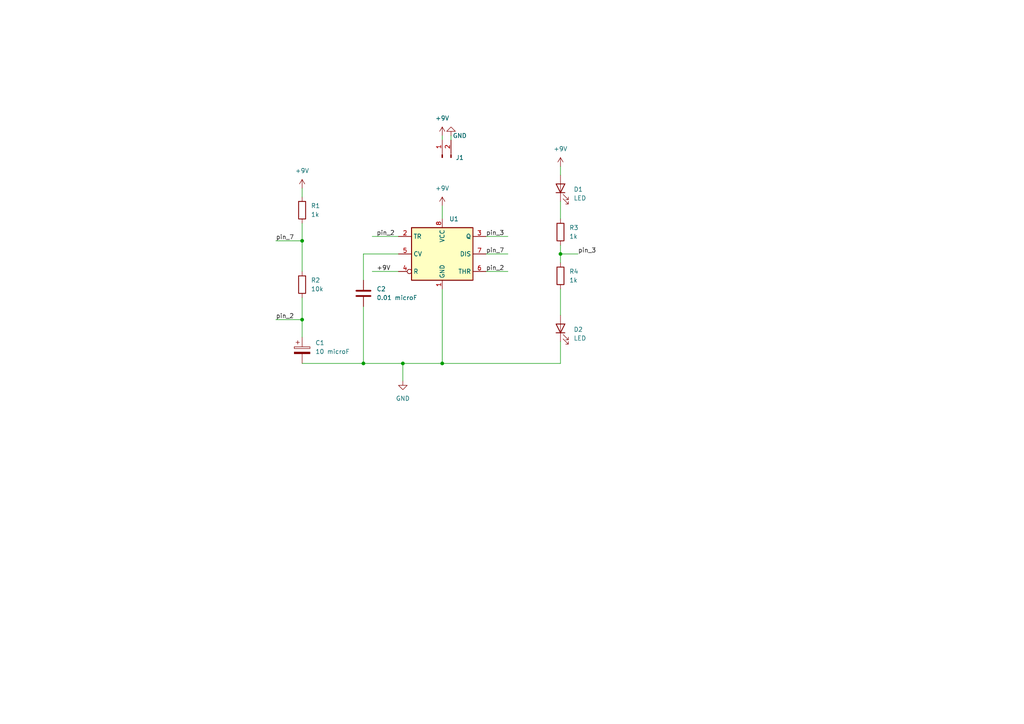
<source format=kicad_sch>
(kicad_sch (version 20211123) (generator eeschema)
  (paper "A4")
  (lib_symbols
    (symbol "Connector:Conn_01x02_Male" (pin_names (offset 1.016) hide)
      (property "Reference" "J" (at 0 2.54 0))
      (property "Value" "Conn_01x02_Male" (at 0 -5.08 0))
      (symbol "Conn_01x02_Male_1_1"
        (polyline (pts (xy 1.27 -2.54) (xy 0.8636 -2.54)) (stroke (width 0.1524)))
        (polyline (pts (xy 1.27 0) (xy 0.8636 0)) (stroke (width 0.1524)))
        (rectangle (start 0.8636 -2.413) (end 0 -2.667) (stroke (width 0.1524)) (fill (type outline)))
        (rectangle (start 0.8636 0.127) (end 0 -0.127) (stroke (width 0.1524)) (fill (type outline)))
        (pin passive line (at 5.08 0 180) (length 3.81) (name "Pin_1") (number "1"))
        (pin passive line (at 5.08 -2.54 180) (length 3.81) (name "Pin_2") (number "2"))
      )
    )
    (symbol "Device:C" (pin_numbers hide) (pin_names (offset 0.254))
      (property "Reference" "C" (at 0.635 2.54 0))
      (property "Value" "C" (at 0.635 -2.54 0))
      (symbol "C_0_1"
        (polyline (pts (xy -2.032 -0.762) (xy 2.032 -0.762)) (stroke (width 0.508)))
        (polyline (pts (xy -2.032 0.762) (xy 2.032 0.762)) (stroke (width 0.508)))
      )
      (symbol "C_1_1"
        (pin passive line (at 0 3.81 270) (length 2.794) (name "~") (number "1"))
        (pin passive line (at 0 -3.81 90) (length 2.794) (name "~") (number "2"))
      )
    )
    (symbol "Device:C_Polarized" (pin_numbers hide) (pin_names (offset 0.254))
      (property "Reference" "C" (at 0.635 2.54 0))
      (property "Value" "C_Polarized" (at 0.635 -2.54 0))
      (symbol "C_Polarized_0_1"
        (rectangle (start -2.286 0.508) (end 2.286 1.016))
        (polyline (pts (xy -1.778 2.286) (xy -0.762 2.286)))
        (polyline (pts (xy -1.27 2.794) (xy -1.27 1.778)))
        (rectangle (start 2.286 -0.508) (end -2.286 -1.016) (fill (type outline)))
      )
      (symbol "C_Polarized_1_1"
        (pin passive line (at 0 3.81 270) (length 2.794) (name "~") (number "1"))
        (pin passive line (at 0 -3.81 90) (length 2.794) (name "~") (number "2"))
      )
    )
    (symbol "Device:LED" (pin_numbers hide) (pin_names (offset 1.016) hide)
      (property "Reference" "D" (at 0 2.54 0))
      (property "Value" "LED" (at 0 -2.54 0))
      (symbol "LED_0_1"
        (polyline (pts (xy -1.27 -1.27) (xy -1.27 1.27)) (stroke (width 0.254)))
        (polyline (pts (xy -1.27 0) (xy 1.27 0)))
        (polyline (pts (xy 1.27 -1.27) (xy 1.27 1.27) (xy -1.27 0) (xy 1.27 -1.27)) (stroke (width 0.254)))
        (polyline (pts (xy -3.048 -0.762) (xy -4.572 -2.286) (xy -3.81 -2.286) (xy -4.572 -2.286) (xy -4.572 -1.524)))
        (polyline (pts (xy -1.778 -0.762) (xy -3.302 -2.286) (xy -2.54 -2.286) (xy -3.302 -2.286) (xy -3.302 -1.524)))
      )
      (symbol "LED_1_1"
        (pin passive line (at -3.81 0 0) (length 2.54) (name "K") (number "1"))
        (pin passive line (at 3.81 0 180) (length 2.54) (name "A") (number "2"))
      )
    )
    (symbol "Device:R" (pin_numbers hide) (pin_names (offset 0))
      (property "Reference" "R" (at 2.032 0 90))
      (property "Value" "R" (at 0 0 90))
      (symbol "R_0_1"
        (rectangle (start -1.016 -2.54) (end 1.016 2.54) (stroke (width 0.254)))
      )
      (symbol "R_1_1"
        (pin passive line (at 0 3.81 270) (length 1.27) (name "~") (number "1"))
        (pin passive line (at 0 -3.81 90) (length 1.27) (name "~") (number "2"))
      )
    )
    (symbol "Timer:NE555D"
      (property "Reference" "U" (at -10.16 8.89 0))
      (property "Value" "NE555D" (at 2.54 8.89 0))
      (symbol "NE555D_0_0"
        (pin power_in line (at 0 -10.16 90) (length 2.54) (name "GND") (number "1"))
        (pin power_in line (at 0 10.16 270) (length 2.54) (name "VCC") (number "8"))
      )
      (symbol "NE555D_0_1"
        (rectangle (start -8.89 -7.62) (end 8.89 7.62) (stroke (width 0.254)) (fill (type background)))
        (rectangle (start -8.89 -7.62) (end 8.89 7.62) (stroke (width 0.254)) (fill (type background)))
      )
      (symbol "NE555D_1_1"
        (pin input line (at -12.7 5.08 0) (length 3.81) (name "TR") (number "2"))
        (pin output line (at 12.7 5.08 180) (length 3.81) (name "Q") (number "3"))
        (pin input inverted (at -12.7 -5.08 0) (length 3.81) (name "R") (number "4"))
        (pin input line (at -12.7 0 0) (length 3.81) (name "CV") (number "5"))
        (pin input line (at 12.7 -5.08 180) (length 3.81) (name "THR") (number "6"))
        (pin input line (at 12.7 0 180) (length 3.81) (name "DIS") (number "7"))
      )
    )
    (symbol "power:+9V" (power) (pin_names (offset 0))
      (property "Value" "+9V" (at 0 3.556 0))
      (symbol "+9V_0_1"
        (polyline (pts (xy -0.762 1.27) (xy 0 2.54)))
        (polyline (pts (xy 0 0) (xy 0 2.54)))
        (polyline (pts (xy 0 2.54) (xy 0.762 1.27)))
      )
      (symbol "+9V_1_1"
        (pin power_in line (at 0 0 90) (length 0) hide (name "+9V") (number "1"))
      )
    )
    (symbol "power:GND" (power) (pin_names (offset 0))
      (property "Value" "GND" (at 0 -3.81 0))
      (symbol "GND_0_1"
        (polyline (pts (xy 0 0) (xy 0 -1.27) (xy 1.27 -1.27) (xy 0 -2.54) (xy -1.27 -1.27) (xy 0 -1.27)))
      )
      (symbol "GND_1_1"
        (pin power_in line (at 0 0 270) (length 0) hide (name "GND") (number "1"))
      )
    )
  )
  (junction (at 105.41 105.41))
  (junction (at 116.84 105.41))
  (junction (at 162.56 73.66))
  (junction (at 128.27 105.41))
  (junction (at 87.63 69.85))
  (junction (at 87.63 92.71))
  (wire (pts (xy 116.84 105.41) (xy 116.84 110.49)))
  (wire (pts (xy 128.27 105.41) (xy 116.84 105.41)))
  (wire (pts (xy 115.57 73.66) (xy 105.41 73.66)))
  (wire (pts (xy 162.56 58.42) (xy 162.56 63.5)))
  (wire (pts (xy 130.81 39.37) (xy 130.81 40.64)))
  (wire (pts (xy 162.56 73.66) (xy 162.56 76.2)))
  (wire (pts (xy 87.63 64.77) (xy 87.63 69.85)))
  (wire (pts (xy 105.41 88.9) (xy 105.41 105.41)))
  (wire (pts (xy 105.41 73.66) (xy 105.41 81.28)))
  (wire (pts (xy 162.56 71.12) (xy 162.56 73.66)))
  (wire (pts (xy 128.27 59.69) (xy 128.27 63.5)))
  (wire (pts (xy 107.95 68.58) (xy 115.57 68.58)))
  (wire (pts (xy 128.27 39.37) (xy 128.27 40.64)))
  (wire (pts (xy 162.56 99.06) (xy 162.56 105.41)))
  (wire (pts (xy 162.56 73.66) (xy 167.64 73.66)))
  (wire (pts (xy 87.63 69.85) (xy 87.63 78.74)))
  (wire (pts (xy 87.63 92.71) (xy 87.63 97.79)))
  (wire (pts (xy 162.56 83.82) (xy 162.56 91.44)))
  (wire (pts (xy 105.41 105.41) (xy 116.84 105.41)))
  (wire (pts (xy 80.01 92.71) (xy 87.63 92.71)))
  (wire (pts (xy 140.97 68.58) (xy 147.32 68.58)))
  (wire (pts (xy 128.27 83.82) (xy 128.27 105.41)))
  (wire (pts (xy 87.63 86.36) (xy 87.63 92.71)))
  (wire (pts (xy 87.63 105.41) (xy 105.41 105.41)))
  (wire (pts (xy 140.97 73.66) (xy 147.32 73.66)))
  (wire (pts (xy 162.56 48.26) (xy 162.56 50.8)))
  (wire (pts (xy 80.01 69.85) (xy 87.63 69.85)))
  (wire (pts (xy 87.63 54.61) (xy 87.63 57.15)))
  (wire (pts (xy 107.95 78.74) (xy 115.57 78.74)))
  (wire (pts (xy 140.97 78.74) (xy 147.32 78.74)))
  (wire (pts (xy 162.56 105.41) (xy 128.27 105.41)))
  (label "pin_2" (at 109.22 68.58 0))
  (label "pin_7" (at 80.01 69.85 0))
  (label "pin_3" (at 167.64 73.66 0))
  (label "pin_2" (at 80.01 92.71 0))
  (label "pin_7" (at 140.97 73.66 0))
  (label "pin_2" (at 140.97 78.74 0))
  (label "+9V" (at 109.22 78.74 0))
  (label "pin_3" (at 140.97 68.58 0))
  (symbol (lib_id "Timer:NE555D") (at 128.27 73.66 0) (unit 1)
    (property "Reference" "U1" (at 130.2894 63.5 0) (effects (justify left)))
    (property "Value" "NE555D" (effects hide))
    (property "Footprint" "Package_SO:SOIC-8_3.9x4.9mm_P1.27mm" (effects hide))
    (property "Datasheet" "http://www.ti.com/lit/ds/symlink/ne555.pdf" (effects hide))
  )
  (symbol (lib_id "Connector:Conn_01x02_Male") (at 128.27 45.72 90) (unit 1)
    (property "Reference" "J1" (at 133.35 45.72 90))
    (property "Value" "+9V" (at 128.27 34.29 90))
  )
  (symbol (lib_id "Device:LED") (at 162.56 54.61 90) (unit 1)
    (property "Reference" "D1" (at 166.37 54.9274 90) (effects (justify right)))
    (property "Value" "LED" (at 166.37 57.4674 90) (effects (justify right)))
  )
  (symbol (lib_id "Device:C") (at 105.41 85.09 0) (unit 1)
    (property "Reference" "C2" (at 109.22 83.8199 0) (effects (justify left)))
    (property "Value" "0.01 microF" (at 109.22 86.3599 0) (effects (justify left)))
  )
  (symbol (lib_id "power:+9V") (at 162.56 48.26 0) (unit 1)
    (property "Reference" "#PWR04" (effects hide))
    (property "Value" "+9V" (at 162.56 43.18 0))
  )
  (symbol (lib_id "power:GND") (at 116.84 110.49 0) (unit 1)
    (property "Reference" "#PWR07" (effects hide))
    (property "Value" "GND" (at 116.84 115.57 0))
  )
  (symbol (lib_id "power:+9V") (at 87.63 54.61 0) (unit 1)
    (property "Reference" "#PWR05" (effects hide))
    (property "Value" "+9V" (at 87.63 49.53 0))
  )
  (symbol (lib_id "power:+9V") (at 128.27 59.69 0) (unit 1)
    (property "Reference" "#PWR06" (effects hide))
    (property "Value" "+9V" (at 128.27 54.61 0))
  )
  (symbol (lib_id "Device:R") (at 87.63 60.96 0) (unit 1)
    (property "Reference" "R1" (at 90.17 59.6899 0) (effects (justify left)))
    (property "Value" "1k" (at 90.17 62.2299 0) (effects (justify left)))
  )
  (symbol (lib_id "power:GND") (at 130.81 39.37 180) (unit 1)
    (property "Reference" "#PWR03" (effects hide))
    (property "Value" "GND" (at 133.35 39.37 0))
  )
  (symbol (lib_id "Device:R") (at 162.56 80.01 0) (unit 1)
    (property "Reference" "R4" (at 165.1 78.7399 0) (effects (justify left)))
    (property "Value" "1k" (at 165.1 81.2799 0) (effects (justify left)))
  )
  (symbol (lib_id "Device:LED") (at 162.56 95.25 90) (unit 1)
    (property "Reference" "D2" (at 166.37 95.5674 90) (effects (justify right)))
    (property "Value" "LED" (at 166.37 98.1074 90) (effects (justify right)))
  )
  (symbol (lib_id "Device:C_Polarized") (at 87.63 101.6 0) (unit 1)
    (property "Reference" "C1" (at 91.44 99.4409 0) (effects (justify left)))
    (property "Value" "10 microF" (at 91.44 101.9809 0) (effects (justify left)))
  )
  (symbol (lib_id "Device:R") (at 162.56 67.31 0) (unit 1)
    (property "Reference" "R3" (at 165.1 66.0399 0) (effects (justify left)))
    (property "Value" "1k" (at 165.1 68.5799 0) (effects (justify left)))
  )
  (symbol (lib_id "power:+9V") (at 128.27 39.37 0) (unit 1)
    (property "Reference" "#PWR02" (effects hide))
    (property "Value" "+9V" (effects hide))
  )
  (symbol (lib_id "Device:R") (at 87.63 82.55 0) (unit 1)
    (property "Reference" "R2" (at 90.17 81.2799 0) (effects (justify left)))
    (property "Value" "10k" (at 90.17 83.8199 0) (effects (justify left)))
  )
)
</source>
